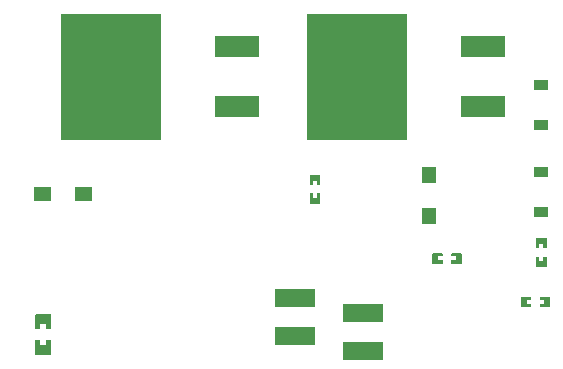
<source format=gtp>
G04 Layer: TopPasteMaskLayer*
G04 EasyEDA v6.4.32, 2022-06-17 11:56:41*
G04 Gerber Generator version 0.2*
G04 Scale: 100 percent, Rotated: No, Reflected: No *
G04 Dimensions in millimeters *
G04 leading zeros omitted , absolute positions ,4 integer and 5 decimal *
%FSLAX45Y45*%
%MOMM*%

%ADD14R,3.5000X1.6000*%
%ADD16R,1.2000X1.4000*%
%ADD17R,1.1500X0.9500*%

%LPD*%
G36*
X1054506Y3894988D02*
G01*
X1013510Y3894480D01*
X1008481Y3889501D01*
X1008481Y3774490D01*
X1013510Y3769512D01*
X1141476Y3769512D01*
X1146505Y3774490D01*
X1146505Y3889501D01*
X1141476Y3894480D01*
X1099515Y3894023D01*
X1099515Y3849979D01*
X1054506Y3849979D01*
G37*
G36*
X1013510Y4109516D02*
G01*
X1008481Y4104487D01*
X1008481Y3989476D01*
X1013510Y3984498D01*
X1054506Y3985006D01*
X1054506Y4028998D01*
X1099515Y4028998D01*
X1099515Y3984498D01*
X1141476Y3984498D01*
X1146505Y3989476D01*
X1146505Y4104487D01*
X1141476Y4109516D01*
G37*
G36*
X5255920Y4760010D02*
G01*
X5250891Y4754981D01*
X5250891Y4675022D01*
X5255920Y4669993D01*
X5278678Y4669993D01*
X5278678Y4707026D01*
X5311698Y4707026D01*
X5311698Y4669993D01*
X5335879Y4669993D01*
X5340908Y4675022D01*
X5340908Y4754981D01*
X5335879Y4760010D01*
G37*
G36*
X5255920Y4599990D02*
G01*
X5250891Y4595012D01*
X5250891Y4516018D01*
X5255920Y4510989D01*
X5335879Y4510989D01*
X5340908Y4516018D01*
X5340908Y4595012D01*
X5335879Y4599990D01*
X5311698Y4599990D01*
X5311698Y4561992D01*
X5278678Y4561992D01*
X5278678Y4599990D01*
G37*
G36*
X3338220Y5134406D02*
G01*
X3333191Y5129377D01*
X3333191Y5049418D01*
X3338220Y5044389D01*
X3418179Y5044389D01*
X3423208Y5049418D01*
X3423208Y5129377D01*
X3418179Y5134406D01*
X3395421Y5134406D01*
X3395421Y5097373D01*
X3362401Y5097373D01*
X3362401Y5134406D01*
G37*
G36*
X3338220Y5293410D02*
G01*
X3333191Y5288381D01*
X3333191Y5209387D01*
X3338220Y5204409D01*
X3362401Y5204409D01*
X3362401Y5242407D01*
X3395421Y5242407D01*
X3395421Y5204409D01*
X3418179Y5204409D01*
X3423208Y5209387D01*
X3423208Y5288381D01*
X3418179Y5293410D01*
G37*
G36*
X4376318Y4629708D02*
G01*
X4371289Y4624679D01*
X4371289Y4544720D01*
X4376318Y4539691D01*
X4456277Y4539691D01*
X4461306Y4544720D01*
X4461306Y4567478D01*
X4424324Y4567478D01*
X4424324Y4600498D01*
X4461306Y4600498D01*
X4461306Y4624679D01*
X4456277Y4629708D01*
G37*
G36*
X4536287Y4629708D02*
G01*
X4531309Y4624679D01*
X4531309Y4600498D01*
X4569307Y4600498D01*
X4569307Y4567478D01*
X4531309Y4567478D01*
X4531309Y4544720D01*
X4536287Y4539691D01*
X4615281Y4539691D01*
X4620310Y4544720D01*
X4620310Y4624679D01*
X4615281Y4629708D01*
G37*
G36*
X5125618Y4261408D02*
G01*
X5120589Y4256379D01*
X5120589Y4176420D01*
X5125618Y4171391D01*
X5205577Y4171391D01*
X5210606Y4176420D01*
X5210606Y4199178D01*
X5173624Y4199178D01*
X5173624Y4232198D01*
X5210606Y4232198D01*
X5210606Y4256379D01*
X5205577Y4261408D01*
G37*
G36*
X5285587Y4261408D02*
G01*
X5280609Y4256379D01*
X5280609Y4232198D01*
X5318607Y4232198D01*
X5318607Y4199178D01*
X5280609Y4199178D01*
X5280609Y4176420D01*
X5285587Y4171391D01*
X5364581Y4171391D01*
X5369610Y4176420D01*
X5369610Y4256379D01*
X5364581Y4261408D01*
G37*
D14*
G01*
X3784600Y3802405D03*
G01*
X3784600Y4122394D03*
G01*
X3213100Y4249394D03*
G01*
X3213100Y3929405D03*
G36*
X1348094Y5190799D02*
G01*
X1488097Y5190799D01*
X1488097Y5070800D01*
X1348094Y5070800D01*
G37*
G36*
X1001102Y5190799D02*
G01*
X1141105Y5190799D01*
X1141105Y5070800D01*
X1001102Y5070800D01*
G37*
D16*
G01*
X4343400Y4944592D03*
G01*
X4343400Y5291607D03*
D17*
G01*
X5295900Y4974259D03*
G01*
X5295900Y5312740D03*
G01*
X5295900Y5710859D03*
G01*
X5295900Y6049340D03*
G36*
X2531463Y5957399D02*
G01*
X2901464Y5957399D01*
X2901464Y5777400D01*
X2531463Y5777400D01*
G37*
G36*
X2531463Y6465399D02*
G01*
X2901464Y6465399D01*
X2901464Y6285400D01*
X2531463Y6285400D01*
G37*
G36*
X1232334Y6651800D02*
G01*
X2072335Y6651800D01*
X2072335Y5590999D01*
X1232334Y5590999D01*
G37*
G36*
X4614263Y5957399D02*
G01*
X4984264Y5957399D01*
X4984264Y5777400D01*
X4614263Y5777400D01*
G37*
G36*
X4614263Y6465399D02*
G01*
X4984264Y6465399D01*
X4984264Y6285400D01*
X4614263Y6285400D01*
G37*
G36*
X3315134Y6651800D02*
G01*
X4155135Y6651800D01*
X4155135Y5590999D01*
X3315134Y5590999D01*
G37*
M02*

</source>
